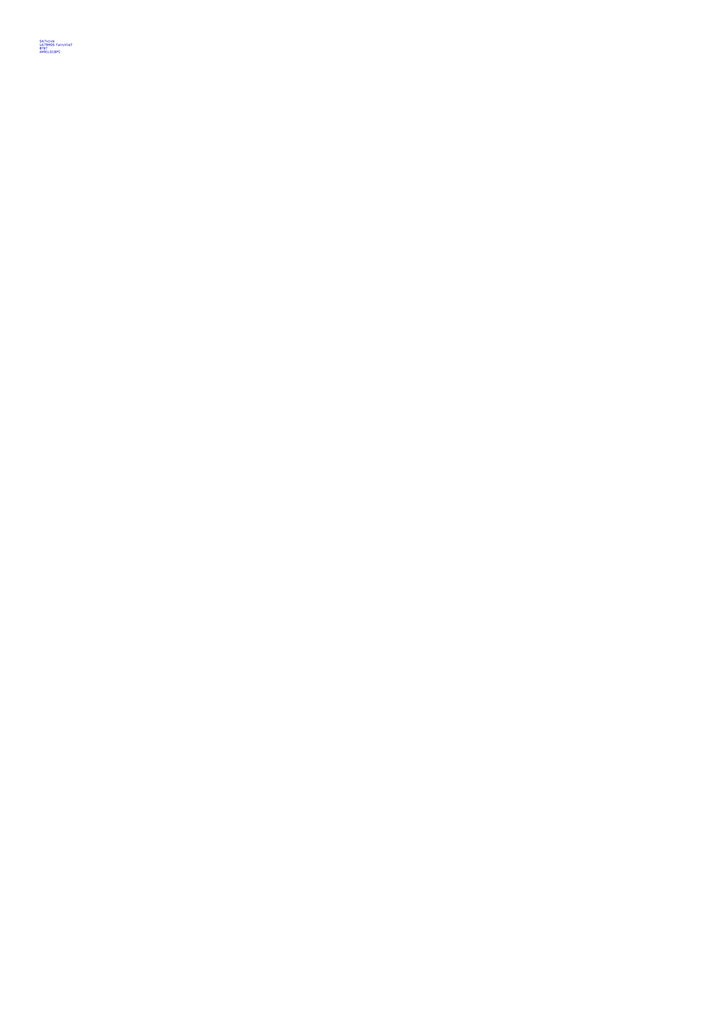
<source format=kicad_sch>
(kicad_sch (version 20230121) (generator eeschema)
  (paper "A2" portrait)
  (lib_symbols)
  (text "SN7414N\nUA79M05 Fairchild?\n8T97\nAM91L01BPC" (at 22.86 31.115 0) (effects (font (size 1.27 1.27)) (justify left bottom)))
)
</source>
